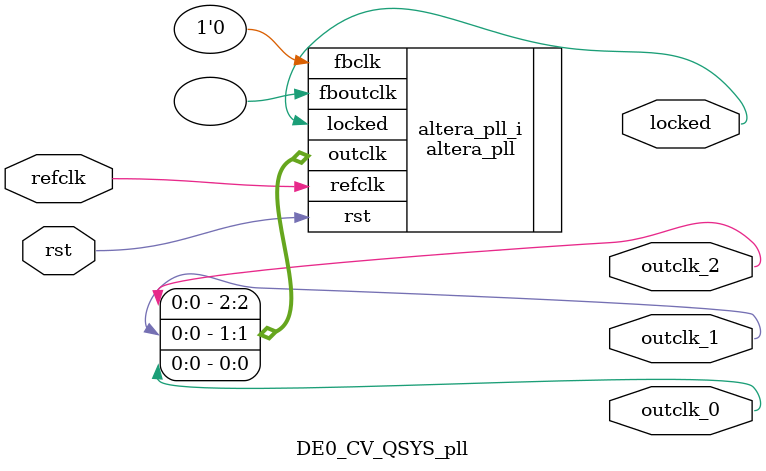
<source format=v>
`timescale 1ns/10ps
module  DE0_CV_QSYS_pll(

	// interface 'refclk'
	input wire refclk,

	// interface 'reset'
	input wire rst,

	// interface 'outclk0'
	output wire outclk_0,

	// interface 'outclk1'
	output wire outclk_1,

	// interface 'outclk2'
	output wire outclk_2,

	// interface 'locked'
	output wire locked
);

	altera_pll #(
		.fractional_vco_multiplier("false"),
		.reference_clock_frequency("50.0 MHz"),
		.operation_mode("normal"),
		.number_of_clocks(3),
		.output_clock_frequency0("143.000000 MHz"),
		.phase_shift0("0 ps"),
		.duty_cycle0(50),
		.output_clock_frequency1("143.000000 MHz"),
		.phase_shift1("-3846 ps"),
		.duty_cycle1(50),
		.output_clock_frequency2("1.498951 MHz"),
		.phase_shift2("0 ps"),
		.duty_cycle2(50),
		.output_clock_frequency3("0 MHz"),
		.phase_shift3("0 ps"),
		.duty_cycle3(50),
		.output_clock_frequency4("0 MHz"),
		.phase_shift4("0 ps"),
		.duty_cycle4(50),
		.output_clock_frequency5("0 MHz"),
		.phase_shift5("0 ps"),
		.duty_cycle5(50),
		.output_clock_frequency6("0 MHz"),
		.phase_shift6("0 ps"),
		.duty_cycle6(50),
		.output_clock_frequency7("0 MHz"),
		.phase_shift7("0 ps"),
		.duty_cycle7(50),
		.output_clock_frequency8("0 MHz"),
		.phase_shift8("0 ps"),
		.duty_cycle8(50),
		.output_clock_frequency9("0 MHz"),
		.phase_shift9("0 ps"),
		.duty_cycle9(50),
		.output_clock_frequency10("0 MHz"),
		.phase_shift10("0 ps"),
		.duty_cycle10(50),
		.output_clock_frequency11("0 MHz"),
		.phase_shift11("0 ps"),
		.duty_cycle11(50),
		.output_clock_frequency12("0 MHz"),
		.phase_shift12("0 ps"),
		.duty_cycle12(50),
		.output_clock_frequency13("0 MHz"),
		.phase_shift13("0 ps"),
		.duty_cycle13(50),
		.output_clock_frequency14("0 MHz"),
		.phase_shift14("0 ps"),
		.duty_cycle14(50),
		.output_clock_frequency15("0 MHz"),
		.phase_shift15("0 ps"),
		.duty_cycle15(50),
		.output_clock_frequency16("0 MHz"),
		.phase_shift16("0 ps"),
		.duty_cycle16(50),
		.output_clock_frequency17("0 MHz"),
		.phase_shift17("0 ps"),
		.duty_cycle17(50),
		.pll_type("General"),
		.pll_subtype("General")
	) altera_pll_i (
		.rst	(rst),
		.outclk	({outclk_2, outclk_1, outclk_0}),
		.locked	(locked),
		.fboutclk	( ),
		.fbclk	(1'b0),
		.refclk	(refclk)
	);
endmodule


</source>
